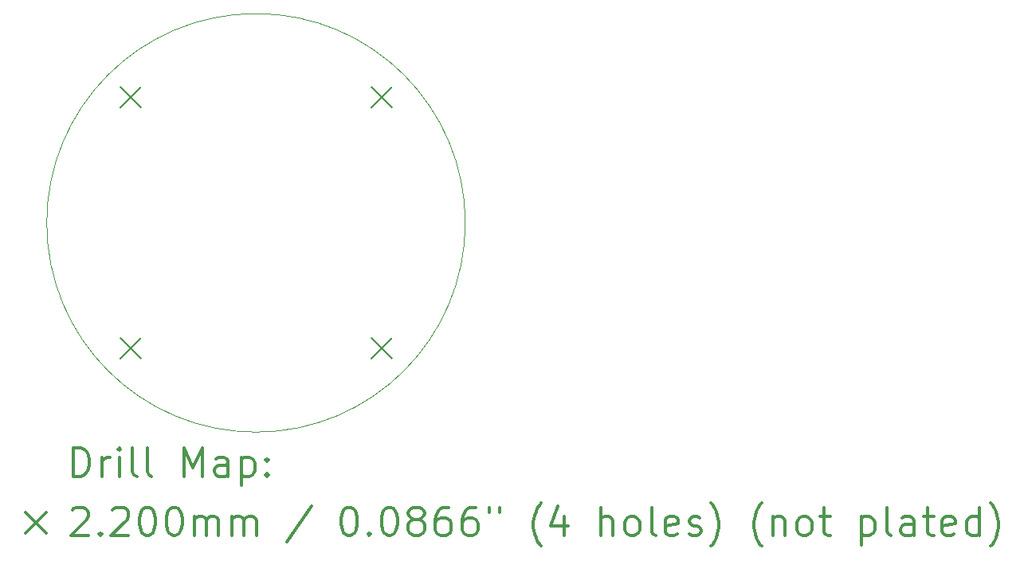
<source format=gbr>
%FSLAX45Y45*%
G04 Gerber Fmt 4.5, Leading zero omitted, Abs format (unit mm)*
G04 Created by KiCad (PCBNEW 5.1.10) date 2021-10-22 01:17:50*
%MOMM*%
%LPD*%
G01*
G04 APERTURE LIST*
%TA.AperFunction,Profile*%
%ADD10C,0.050000*%
%TD*%
%ADD11C,0.200000*%
%ADD12C,0.300000*%
G04 APERTURE END LIST*
D10*
X15304407Y-7112000D02*
G75*
G03*
X15304407Y-7112000I-2223407J0D01*
G01*
D11*
X11637500Y-5668500D02*
X11857500Y-5888500D01*
X11857500Y-5668500D02*
X11637500Y-5888500D01*
X11637500Y-8335500D02*
X11857500Y-8555500D01*
X11857500Y-8335500D02*
X11637500Y-8555500D01*
X14304500Y-5668500D02*
X14524500Y-5888500D01*
X14524500Y-5668500D02*
X14304500Y-5888500D01*
X14304500Y-8335500D02*
X14524500Y-8555500D01*
X14524500Y-8335500D02*
X14304500Y-8555500D01*
D12*
X11141521Y-9803621D02*
X11141521Y-9503621D01*
X11212950Y-9503621D01*
X11255807Y-9517907D01*
X11284379Y-9546479D01*
X11298664Y-9575050D01*
X11312950Y-9632193D01*
X11312950Y-9675050D01*
X11298664Y-9732193D01*
X11284379Y-9760764D01*
X11255807Y-9789336D01*
X11212950Y-9803621D01*
X11141521Y-9803621D01*
X11441521Y-9803621D02*
X11441521Y-9603621D01*
X11441521Y-9660764D02*
X11455807Y-9632193D01*
X11470093Y-9617907D01*
X11498664Y-9603621D01*
X11527236Y-9603621D01*
X11627236Y-9803621D02*
X11627236Y-9603621D01*
X11627236Y-9503621D02*
X11612950Y-9517907D01*
X11627236Y-9532193D01*
X11641521Y-9517907D01*
X11627236Y-9503621D01*
X11627236Y-9532193D01*
X11812950Y-9803621D02*
X11784379Y-9789336D01*
X11770093Y-9760764D01*
X11770093Y-9503621D01*
X11970093Y-9803621D02*
X11941521Y-9789336D01*
X11927236Y-9760764D01*
X11927236Y-9503621D01*
X12312950Y-9803621D02*
X12312950Y-9503621D01*
X12412950Y-9717907D01*
X12512950Y-9503621D01*
X12512950Y-9803621D01*
X12784379Y-9803621D02*
X12784379Y-9646479D01*
X12770093Y-9617907D01*
X12741521Y-9603621D01*
X12684379Y-9603621D01*
X12655807Y-9617907D01*
X12784379Y-9789336D02*
X12755807Y-9803621D01*
X12684379Y-9803621D01*
X12655807Y-9789336D01*
X12641521Y-9760764D01*
X12641521Y-9732193D01*
X12655807Y-9703621D01*
X12684379Y-9689336D01*
X12755807Y-9689336D01*
X12784379Y-9675050D01*
X12927236Y-9603621D02*
X12927236Y-9903621D01*
X12927236Y-9617907D02*
X12955807Y-9603621D01*
X13012950Y-9603621D01*
X13041521Y-9617907D01*
X13055807Y-9632193D01*
X13070093Y-9660764D01*
X13070093Y-9746479D01*
X13055807Y-9775050D01*
X13041521Y-9789336D01*
X13012950Y-9803621D01*
X12955807Y-9803621D01*
X12927236Y-9789336D01*
X13198664Y-9775050D02*
X13212950Y-9789336D01*
X13198664Y-9803621D01*
X13184379Y-9789336D01*
X13198664Y-9775050D01*
X13198664Y-9803621D01*
X13198664Y-9617907D02*
X13212950Y-9632193D01*
X13198664Y-9646479D01*
X13184379Y-9632193D01*
X13198664Y-9617907D01*
X13198664Y-9646479D01*
X10635093Y-10187907D02*
X10855093Y-10407907D01*
X10855093Y-10187907D02*
X10635093Y-10407907D01*
X11127236Y-10162193D02*
X11141521Y-10147907D01*
X11170093Y-10133621D01*
X11241521Y-10133621D01*
X11270093Y-10147907D01*
X11284379Y-10162193D01*
X11298664Y-10190764D01*
X11298664Y-10219336D01*
X11284379Y-10262193D01*
X11112950Y-10433621D01*
X11298664Y-10433621D01*
X11427236Y-10405050D02*
X11441521Y-10419336D01*
X11427236Y-10433621D01*
X11412950Y-10419336D01*
X11427236Y-10405050D01*
X11427236Y-10433621D01*
X11555807Y-10162193D02*
X11570093Y-10147907D01*
X11598664Y-10133621D01*
X11670093Y-10133621D01*
X11698664Y-10147907D01*
X11712950Y-10162193D01*
X11727236Y-10190764D01*
X11727236Y-10219336D01*
X11712950Y-10262193D01*
X11541521Y-10433621D01*
X11727236Y-10433621D01*
X11912950Y-10133621D02*
X11941521Y-10133621D01*
X11970093Y-10147907D01*
X11984379Y-10162193D01*
X11998664Y-10190764D01*
X12012950Y-10247907D01*
X12012950Y-10319336D01*
X11998664Y-10376479D01*
X11984379Y-10405050D01*
X11970093Y-10419336D01*
X11941521Y-10433621D01*
X11912950Y-10433621D01*
X11884379Y-10419336D01*
X11870093Y-10405050D01*
X11855807Y-10376479D01*
X11841521Y-10319336D01*
X11841521Y-10247907D01*
X11855807Y-10190764D01*
X11870093Y-10162193D01*
X11884379Y-10147907D01*
X11912950Y-10133621D01*
X12198664Y-10133621D02*
X12227236Y-10133621D01*
X12255807Y-10147907D01*
X12270093Y-10162193D01*
X12284379Y-10190764D01*
X12298664Y-10247907D01*
X12298664Y-10319336D01*
X12284379Y-10376479D01*
X12270093Y-10405050D01*
X12255807Y-10419336D01*
X12227236Y-10433621D01*
X12198664Y-10433621D01*
X12170093Y-10419336D01*
X12155807Y-10405050D01*
X12141521Y-10376479D01*
X12127236Y-10319336D01*
X12127236Y-10247907D01*
X12141521Y-10190764D01*
X12155807Y-10162193D01*
X12170093Y-10147907D01*
X12198664Y-10133621D01*
X12427236Y-10433621D02*
X12427236Y-10233621D01*
X12427236Y-10262193D02*
X12441521Y-10247907D01*
X12470093Y-10233621D01*
X12512950Y-10233621D01*
X12541521Y-10247907D01*
X12555807Y-10276479D01*
X12555807Y-10433621D01*
X12555807Y-10276479D02*
X12570093Y-10247907D01*
X12598664Y-10233621D01*
X12641521Y-10233621D01*
X12670093Y-10247907D01*
X12684379Y-10276479D01*
X12684379Y-10433621D01*
X12827236Y-10433621D02*
X12827236Y-10233621D01*
X12827236Y-10262193D02*
X12841521Y-10247907D01*
X12870093Y-10233621D01*
X12912950Y-10233621D01*
X12941521Y-10247907D01*
X12955807Y-10276479D01*
X12955807Y-10433621D01*
X12955807Y-10276479D02*
X12970093Y-10247907D01*
X12998664Y-10233621D01*
X13041521Y-10233621D01*
X13070093Y-10247907D01*
X13084379Y-10276479D01*
X13084379Y-10433621D01*
X13670093Y-10119336D02*
X13412950Y-10505050D01*
X14055807Y-10133621D02*
X14084379Y-10133621D01*
X14112950Y-10147907D01*
X14127236Y-10162193D01*
X14141521Y-10190764D01*
X14155807Y-10247907D01*
X14155807Y-10319336D01*
X14141521Y-10376479D01*
X14127236Y-10405050D01*
X14112950Y-10419336D01*
X14084379Y-10433621D01*
X14055807Y-10433621D01*
X14027236Y-10419336D01*
X14012950Y-10405050D01*
X13998664Y-10376479D01*
X13984379Y-10319336D01*
X13984379Y-10247907D01*
X13998664Y-10190764D01*
X14012950Y-10162193D01*
X14027236Y-10147907D01*
X14055807Y-10133621D01*
X14284379Y-10405050D02*
X14298664Y-10419336D01*
X14284379Y-10433621D01*
X14270093Y-10419336D01*
X14284379Y-10405050D01*
X14284379Y-10433621D01*
X14484379Y-10133621D02*
X14512950Y-10133621D01*
X14541521Y-10147907D01*
X14555807Y-10162193D01*
X14570093Y-10190764D01*
X14584379Y-10247907D01*
X14584379Y-10319336D01*
X14570093Y-10376479D01*
X14555807Y-10405050D01*
X14541521Y-10419336D01*
X14512950Y-10433621D01*
X14484379Y-10433621D01*
X14455807Y-10419336D01*
X14441521Y-10405050D01*
X14427236Y-10376479D01*
X14412950Y-10319336D01*
X14412950Y-10247907D01*
X14427236Y-10190764D01*
X14441521Y-10162193D01*
X14455807Y-10147907D01*
X14484379Y-10133621D01*
X14755807Y-10262193D02*
X14727236Y-10247907D01*
X14712950Y-10233621D01*
X14698664Y-10205050D01*
X14698664Y-10190764D01*
X14712950Y-10162193D01*
X14727236Y-10147907D01*
X14755807Y-10133621D01*
X14812950Y-10133621D01*
X14841521Y-10147907D01*
X14855807Y-10162193D01*
X14870093Y-10190764D01*
X14870093Y-10205050D01*
X14855807Y-10233621D01*
X14841521Y-10247907D01*
X14812950Y-10262193D01*
X14755807Y-10262193D01*
X14727236Y-10276479D01*
X14712950Y-10290764D01*
X14698664Y-10319336D01*
X14698664Y-10376479D01*
X14712950Y-10405050D01*
X14727236Y-10419336D01*
X14755807Y-10433621D01*
X14812950Y-10433621D01*
X14841521Y-10419336D01*
X14855807Y-10405050D01*
X14870093Y-10376479D01*
X14870093Y-10319336D01*
X14855807Y-10290764D01*
X14841521Y-10276479D01*
X14812950Y-10262193D01*
X15127236Y-10133621D02*
X15070093Y-10133621D01*
X15041521Y-10147907D01*
X15027236Y-10162193D01*
X14998664Y-10205050D01*
X14984379Y-10262193D01*
X14984379Y-10376479D01*
X14998664Y-10405050D01*
X15012950Y-10419336D01*
X15041521Y-10433621D01*
X15098664Y-10433621D01*
X15127236Y-10419336D01*
X15141521Y-10405050D01*
X15155807Y-10376479D01*
X15155807Y-10305050D01*
X15141521Y-10276479D01*
X15127236Y-10262193D01*
X15098664Y-10247907D01*
X15041521Y-10247907D01*
X15012950Y-10262193D01*
X14998664Y-10276479D01*
X14984379Y-10305050D01*
X15412950Y-10133621D02*
X15355807Y-10133621D01*
X15327236Y-10147907D01*
X15312950Y-10162193D01*
X15284379Y-10205050D01*
X15270093Y-10262193D01*
X15270093Y-10376479D01*
X15284379Y-10405050D01*
X15298664Y-10419336D01*
X15327236Y-10433621D01*
X15384379Y-10433621D01*
X15412950Y-10419336D01*
X15427236Y-10405050D01*
X15441521Y-10376479D01*
X15441521Y-10305050D01*
X15427236Y-10276479D01*
X15412950Y-10262193D01*
X15384379Y-10247907D01*
X15327236Y-10247907D01*
X15298664Y-10262193D01*
X15284379Y-10276479D01*
X15270093Y-10305050D01*
X15555807Y-10133621D02*
X15555807Y-10190764D01*
X15670093Y-10133621D02*
X15670093Y-10190764D01*
X16112950Y-10547907D02*
X16098664Y-10533621D01*
X16070093Y-10490764D01*
X16055807Y-10462193D01*
X16041521Y-10419336D01*
X16027236Y-10347907D01*
X16027236Y-10290764D01*
X16041521Y-10219336D01*
X16055807Y-10176479D01*
X16070093Y-10147907D01*
X16098664Y-10105050D01*
X16112950Y-10090764D01*
X16355807Y-10233621D02*
X16355807Y-10433621D01*
X16284379Y-10119336D02*
X16212950Y-10333621D01*
X16398664Y-10333621D01*
X16741521Y-10433621D02*
X16741521Y-10133621D01*
X16870093Y-10433621D02*
X16870093Y-10276479D01*
X16855807Y-10247907D01*
X16827236Y-10233621D01*
X16784379Y-10233621D01*
X16755807Y-10247907D01*
X16741521Y-10262193D01*
X17055807Y-10433621D02*
X17027236Y-10419336D01*
X17012950Y-10405050D01*
X16998664Y-10376479D01*
X16998664Y-10290764D01*
X17012950Y-10262193D01*
X17027236Y-10247907D01*
X17055807Y-10233621D01*
X17098664Y-10233621D01*
X17127236Y-10247907D01*
X17141521Y-10262193D01*
X17155807Y-10290764D01*
X17155807Y-10376479D01*
X17141521Y-10405050D01*
X17127236Y-10419336D01*
X17098664Y-10433621D01*
X17055807Y-10433621D01*
X17327236Y-10433621D02*
X17298664Y-10419336D01*
X17284379Y-10390764D01*
X17284379Y-10133621D01*
X17555807Y-10419336D02*
X17527236Y-10433621D01*
X17470093Y-10433621D01*
X17441521Y-10419336D01*
X17427236Y-10390764D01*
X17427236Y-10276479D01*
X17441521Y-10247907D01*
X17470093Y-10233621D01*
X17527236Y-10233621D01*
X17555807Y-10247907D01*
X17570093Y-10276479D01*
X17570093Y-10305050D01*
X17427236Y-10333621D01*
X17684379Y-10419336D02*
X17712950Y-10433621D01*
X17770093Y-10433621D01*
X17798664Y-10419336D01*
X17812950Y-10390764D01*
X17812950Y-10376479D01*
X17798664Y-10347907D01*
X17770093Y-10333621D01*
X17727236Y-10333621D01*
X17698664Y-10319336D01*
X17684379Y-10290764D01*
X17684379Y-10276479D01*
X17698664Y-10247907D01*
X17727236Y-10233621D01*
X17770093Y-10233621D01*
X17798664Y-10247907D01*
X17912950Y-10547907D02*
X17927236Y-10533621D01*
X17955807Y-10490764D01*
X17970093Y-10462193D01*
X17984379Y-10419336D01*
X17998664Y-10347907D01*
X17998664Y-10290764D01*
X17984379Y-10219336D01*
X17970093Y-10176479D01*
X17955807Y-10147907D01*
X17927236Y-10105050D01*
X17912950Y-10090764D01*
X18455807Y-10547907D02*
X18441521Y-10533621D01*
X18412950Y-10490764D01*
X18398664Y-10462193D01*
X18384379Y-10419336D01*
X18370093Y-10347907D01*
X18370093Y-10290764D01*
X18384379Y-10219336D01*
X18398664Y-10176479D01*
X18412950Y-10147907D01*
X18441521Y-10105050D01*
X18455807Y-10090764D01*
X18570093Y-10233621D02*
X18570093Y-10433621D01*
X18570093Y-10262193D02*
X18584379Y-10247907D01*
X18612950Y-10233621D01*
X18655807Y-10233621D01*
X18684379Y-10247907D01*
X18698664Y-10276479D01*
X18698664Y-10433621D01*
X18884379Y-10433621D02*
X18855807Y-10419336D01*
X18841521Y-10405050D01*
X18827236Y-10376479D01*
X18827236Y-10290764D01*
X18841521Y-10262193D01*
X18855807Y-10247907D01*
X18884379Y-10233621D01*
X18927236Y-10233621D01*
X18955807Y-10247907D01*
X18970093Y-10262193D01*
X18984379Y-10290764D01*
X18984379Y-10376479D01*
X18970093Y-10405050D01*
X18955807Y-10419336D01*
X18927236Y-10433621D01*
X18884379Y-10433621D01*
X19070093Y-10233621D02*
X19184379Y-10233621D01*
X19112950Y-10133621D02*
X19112950Y-10390764D01*
X19127236Y-10419336D01*
X19155807Y-10433621D01*
X19184379Y-10433621D01*
X19512950Y-10233621D02*
X19512950Y-10533621D01*
X19512950Y-10247907D02*
X19541521Y-10233621D01*
X19598664Y-10233621D01*
X19627236Y-10247907D01*
X19641521Y-10262193D01*
X19655807Y-10290764D01*
X19655807Y-10376479D01*
X19641521Y-10405050D01*
X19627236Y-10419336D01*
X19598664Y-10433621D01*
X19541521Y-10433621D01*
X19512950Y-10419336D01*
X19827236Y-10433621D02*
X19798664Y-10419336D01*
X19784379Y-10390764D01*
X19784379Y-10133621D01*
X20070093Y-10433621D02*
X20070093Y-10276479D01*
X20055807Y-10247907D01*
X20027236Y-10233621D01*
X19970093Y-10233621D01*
X19941521Y-10247907D01*
X20070093Y-10419336D02*
X20041521Y-10433621D01*
X19970093Y-10433621D01*
X19941521Y-10419336D01*
X19927236Y-10390764D01*
X19927236Y-10362193D01*
X19941521Y-10333621D01*
X19970093Y-10319336D01*
X20041521Y-10319336D01*
X20070093Y-10305050D01*
X20170093Y-10233621D02*
X20284379Y-10233621D01*
X20212950Y-10133621D02*
X20212950Y-10390764D01*
X20227236Y-10419336D01*
X20255807Y-10433621D01*
X20284379Y-10433621D01*
X20498664Y-10419336D02*
X20470093Y-10433621D01*
X20412950Y-10433621D01*
X20384379Y-10419336D01*
X20370093Y-10390764D01*
X20370093Y-10276479D01*
X20384379Y-10247907D01*
X20412950Y-10233621D01*
X20470093Y-10233621D01*
X20498664Y-10247907D01*
X20512950Y-10276479D01*
X20512950Y-10305050D01*
X20370093Y-10333621D01*
X20770093Y-10433621D02*
X20770093Y-10133621D01*
X20770093Y-10419336D02*
X20741521Y-10433621D01*
X20684379Y-10433621D01*
X20655807Y-10419336D01*
X20641521Y-10405050D01*
X20627236Y-10376479D01*
X20627236Y-10290764D01*
X20641521Y-10262193D01*
X20655807Y-10247907D01*
X20684379Y-10233621D01*
X20741521Y-10233621D01*
X20770093Y-10247907D01*
X20884379Y-10547907D02*
X20898664Y-10533621D01*
X20927236Y-10490764D01*
X20941521Y-10462193D01*
X20955807Y-10419336D01*
X20970093Y-10347907D01*
X20970093Y-10290764D01*
X20955807Y-10219336D01*
X20941521Y-10176479D01*
X20927236Y-10147907D01*
X20898664Y-10105050D01*
X20884379Y-10090764D01*
M02*

</source>
